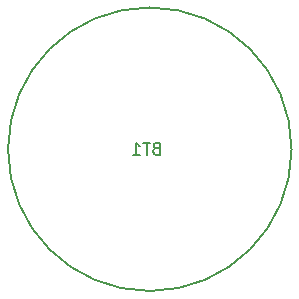
<source format=gbr>
G04 #@! TF.FileFunction,Legend,Bot*
%FSLAX46Y46*%
G04 Gerber Fmt 4.6, Leading zero omitted, Abs format (unit mm)*
G04 Created by KiCad (PCBNEW 4.0.2-stable) date Friday, June 03, 2016 'PMt' 01:28:07 PM*
%MOMM*%
G01*
G04 APERTURE LIST*
%ADD10C,0.100000*%
%ADD11C,0.150000*%
G04 APERTURE END LIST*
D10*
D11*
X154242604Y-99568000D02*
G75*
G03X154242604Y-99568000I-12002604J0D01*
G01*
X142771714Y-99496571D02*
X142628857Y-99544190D01*
X142581238Y-99591810D01*
X142533619Y-99687048D01*
X142533619Y-99829905D01*
X142581238Y-99925143D01*
X142628857Y-99972762D01*
X142724095Y-100020381D01*
X143105048Y-100020381D01*
X143105048Y-99020381D01*
X142771714Y-99020381D01*
X142676476Y-99068000D01*
X142628857Y-99115619D01*
X142581238Y-99210857D01*
X142581238Y-99306095D01*
X142628857Y-99401333D01*
X142676476Y-99448952D01*
X142771714Y-99496571D01*
X143105048Y-99496571D01*
X142247905Y-99020381D02*
X141676476Y-99020381D01*
X141962191Y-100020381D02*
X141962191Y-99020381D01*
X140819333Y-100020381D02*
X141390762Y-100020381D01*
X141105048Y-100020381D02*
X141105048Y-99020381D01*
X141200286Y-99163238D01*
X141295524Y-99258476D01*
X141390762Y-99306095D01*
M02*

</source>
